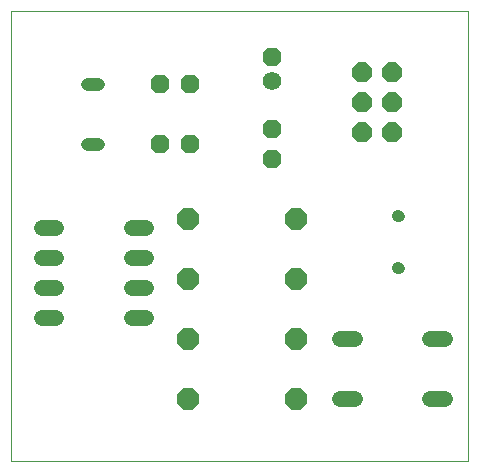
<source format=gbs>
G75*
%MOIN*%
%OFA0B0*%
%FSLAX24Y24*%
%IPPOS*%
%LPD*%
%AMOC8*
5,1,8,0,0,1.08239X$1,22.5*
%
%ADD10C,0.0000*%
%ADD11OC8,0.0620*%
%ADD12C,0.0620*%
%ADD13C,0.0540*%
%ADD14C,0.0440*%
%ADD15OC8,0.0720*%
%ADD16C,0.0414*%
%ADD17OC8,0.0660*%
D10*
X000180Y000180D02*
X000180Y015176D01*
X015400Y015176D01*
X015400Y000180D01*
X000180Y000180D01*
X012903Y006614D02*
X012905Y006640D01*
X012911Y006666D01*
X012921Y006691D01*
X012934Y006714D01*
X012950Y006734D01*
X012970Y006752D01*
X012992Y006767D01*
X013015Y006779D01*
X013041Y006787D01*
X013067Y006791D01*
X013093Y006791D01*
X013119Y006787D01*
X013145Y006779D01*
X013169Y006767D01*
X013190Y006752D01*
X013210Y006734D01*
X013226Y006714D01*
X013239Y006691D01*
X013249Y006666D01*
X013255Y006640D01*
X013257Y006614D01*
X013255Y006588D01*
X013249Y006562D01*
X013239Y006537D01*
X013226Y006514D01*
X013210Y006494D01*
X013190Y006476D01*
X013168Y006461D01*
X013145Y006449D01*
X013119Y006441D01*
X013093Y006437D01*
X013067Y006437D01*
X013041Y006441D01*
X013015Y006449D01*
X012991Y006461D01*
X012970Y006476D01*
X012950Y006494D01*
X012934Y006514D01*
X012921Y006537D01*
X012911Y006562D01*
X012905Y006588D01*
X012903Y006614D01*
X012903Y008346D02*
X012905Y008372D01*
X012911Y008398D01*
X012921Y008423D01*
X012934Y008446D01*
X012950Y008466D01*
X012970Y008484D01*
X012992Y008499D01*
X013015Y008511D01*
X013041Y008519D01*
X013067Y008523D01*
X013093Y008523D01*
X013119Y008519D01*
X013145Y008511D01*
X013169Y008499D01*
X013190Y008484D01*
X013210Y008466D01*
X013226Y008446D01*
X013239Y008423D01*
X013249Y008398D01*
X013255Y008372D01*
X013257Y008346D01*
X013255Y008320D01*
X013249Y008294D01*
X013239Y008269D01*
X013226Y008246D01*
X013210Y008226D01*
X013190Y008208D01*
X013168Y008193D01*
X013145Y008181D01*
X013119Y008173D01*
X013093Y008169D01*
X013067Y008169D01*
X013041Y008173D01*
X013015Y008181D01*
X012991Y008193D01*
X012970Y008208D01*
X012950Y008226D01*
X012934Y008246D01*
X012921Y008269D01*
X012911Y008294D01*
X012905Y008320D01*
X012903Y008346D01*
D11*
X008880Y010230D03*
X008880Y011230D03*
X008880Y013630D03*
X006130Y012730D03*
X005130Y012730D03*
X005130Y010730D03*
X006130Y010730D03*
D12*
X008880Y012830D03*
D13*
X004670Y007930D02*
X004190Y007930D01*
X004190Y006930D02*
X004670Y006930D01*
X004670Y005930D02*
X004190Y005930D01*
X004190Y004930D02*
X004670Y004930D01*
X001670Y004930D02*
X001190Y004930D01*
X001190Y005930D02*
X001670Y005930D01*
X001670Y006930D02*
X001190Y006930D01*
X001190Y007930D02*
X001670Y007930D01*
X011140Y004230D02*
X011620Y004230D01*
X011620Y002230D02*
X011140Y002230D01*
X014140Y002230D02*
X014620Y002230D01*
X014620Y004230D02*
X014140Y004230D01*
D14*
X003070Y010730D02*
X002690Y010730D01*
X002690Y012730D02*
X003070Y012730D01*
D15*
X006080Y008230D03*
X006080Y006230D03*
X006080Y004230D03*
X006080Y002230D03*
X009680Y002230D03*
X009680Y004230D03*
X009680Y006230D03*
X009680Y008230D03*
D16*
X013080Y008346D03*
X013080Y006614D03*
D17*
X012880Y011130D03*
X012880Y012130D03*
X012880Y013130D03*
X011880Y013130D03*
X011880Y012130D03*
X011880Y011130D03*
M02*

</source>
